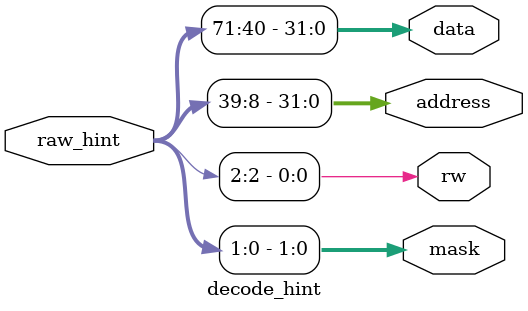
<source format=v>
module decode_hint(
  input [71:0] raw_hint,

  output [1:0] mask,
  output rw,
  output [31:0] address,
  output [31:0] data
);

assign mask = raw_hint[1:0];
assign rw = raw_hint[2];

assign address = raw_hint[39:8];
assign data = raw_hint[71:40];

endmodule

</source>
